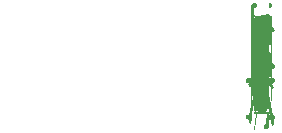
<source format=gbr>
From 69a08dacca69340c872528449dcab6e304934973 Mon Sep 17 00:00:00 2001
From: Blaise Thompson <blaise@untzag.com>
Date: Sat, 6 Mar 2021 12:12:09 -0600
Subject: digital driver revision B

---
 digital-driver/gerber/driver-B_Mask.gbr | 80 ++++++++++++++++-----------------
 1 file changed, 40 insertions(+), 40 deletions(-)

(limited to 'digital-driver/gerber/driver-B_Mask.gbr')

diff --git a/digital-driver/gerber/driver-B_Mask.gbr b/digital-driver/gerber/driver-B_Mask.gbr
index 258c5a4..0fc5884 100644
--- a/digital-driver/gerber/driver-B_Mask.gbr
+++ b/digital-driver/gerber/driver-B_Mask.gbr
@@ -1,12 +1,12 @@
 %TF.GenerationSoftware,KiCad,Pcbnew,5.1.8+dfsg1-1+b1*%
-%TF.CreationDate,2021-01-25T11:41:01-06:00*%
-%TF.ProjectId,driver,64726976-6572-42e6-9b69-6361645f7063,1.0.0*%
+%TF.CreationDate,2021-03-06T12:09:01-06:00*%
+%TF.ProjectId,driver,64726976-6572-42e6-9b69-6361645f7063,B*%
 %TF.SameCoordinates,Original*%
 %TF.FileFunction,Soldermask,Bot*%
 %TF.FilePolarity,Negative*%
 %FSLAX46Y46*%
 G04 Gerber Fmt 4.6, Leading zero omitted, Abs format (unit mm)*
-G04 Created by KiCad (PCBNEW 5.1.8+dfsg1-1+b1) date 2021-01-25 11:41:01*
+G04 Created by KiCad (PCBNEW 5.1.8+dfsg1-1+b1) date 2021-03-06 12:09:01*
 %MOMM*%
 %LPD*%
 G01*
@@ -109,50 +109,50 @@ G37*
 %TO.C,R4*%
 G36*
 G01*
-X155565001Y-91582000D02*
-X154314999Y-91582000D01*
+X155565001Y-85460000D02*
+X154314999Y-85460000D01*
 G75*
 G02*
-X154065000Y-91332001I0J249999D01*
+X154065000Y-85210001I0J249999D01*
 G01*
-X154065000Y-90531999D01*
+X154065000Y-84409999D01*
 G75*
 G02*
-X154314999Y-90282000I249999J0D01*
+X154314999Y-84160000I249999J0D01*
 G01*
-X155565001Y-90282000D01*
+X155565001Y-84160000D01*
 G75*
 G02*
-X155815000Y-90531999I0J-249999D01*
+X155815000Y-84409999I0J-249999D01*
 G01*
-X155815000Y-91332001D01*
+X155815000Y-85210001D01*
 G75*
 G02*
-X155565001Y-91582000I-249999J0D01*
+X155565001Y-85460000I-249999J0D01*
 G01*
 G37*
 G36*
 G01*
-X155565001Y-94682000D02*
-X154314999Y-94682000D01*
+X155565001Y-88560000D02*
+X154314999Y-88560000D01*
 G75*
 G02*
-X154065000Y-94432001I0J249999D01*
+X154065000Y-88310001I0J249999D01*
 G01*
-X154065000Y-93631999D01*
+X154065000Y-87509999D01*
 G75*
 G02*
-X154314999Y-93382000I249999J0D01*
+X154314999Y-87260000I249999J0D01*
 G01*
-X155565001Y-93382000D01*
+X155565001Y-87260000D01*
 G75*
 G02*
-X155815000Y-93631999I0J-249999D01*
+X155815000Y-87509999I0J-249999D01*
 G01*
-X155815000Y-94432001D01*
+X155815000Y-88310001D01*
 G75*
 G02*
-X155565001Y-94682000I-249999J0D01*
+X155565001Y-88560000I-249999J0D01*
 G01*
 G37*
 %TD*%
@@ -209,50 +209,50 @@ G37*
 %TO.C,R1*%
 G36*
 G01*
-X155565001Y-86450000D02*
-X154314999Y-86450000D01*
+X154314999Y-93610000D02*
+X155565001Y-93610000D01*
 G75*
 G02*
-X154065000Y-86200001I0J249999D01*
+X155815000Y-93859999I0J-249999D01*
 G01*
-X154065000Y-85399999D01*
+X155815000Y-94660001D01*
 G75*
 G02*
-X154314999Y-85150000I249999J0D01*
+X155565001Y-94910000I-249999J0D01*
 G01*
-X155565001Y-85150000D01*
+X154314999Y-94910000D01*
 G75*
 G02*
-X155815000Y-85399999I0J-249999D01*
+X154065000Y-94660001I0J249999D01*
 G01*
-X155815000Y-86200001D01*
+X154065000Y-93859999D01*
 G75*
 G02*
-X155565001Y-86450000I-249999J0D01*
+X154314999Y-93610000I249999J0D01*
 G01*
 G37*
 G36*
 G01*
-X155565001Y-89550000D02*
-X154314999Y-89550000D01*
+X154314999Y-90510000D02*
+X155565001Y-90510000D01*
 G75*
 G02*
-X154065000Y-89300001I0J249999D01*
+X155815000Y-90759999I0J-249999D01*
 G01*
-X154065000Y-88499999D01*
+X155815000Y-91560001D01*
 G75*
 G02*
-X154314999Y-88250000I249999J0D01*
+X155565001Y-91810000I-249999J0D01*
 G01*
-X155565001Y-88250000D01*
+X154314999Y-91810000D01*
 G75*
 G02*
-X155815000Y-88499999I0J-249999D01*
+X154065000Y-91560001I0J249999D01*
 G01*
-X155815000Y-89300001D01*
+X154065000Y-90759999D01*
 G75*
 G02*
-X155565001Y-89550000I-249999J0D01*
+X154314999Y-90510000I249999J0D01*
 G01*
 G37*
 %TD*%
@@ -264,7 +264,7 @@ X152400000Y-101600000D03*
 X101600000Y-101600000D03*
 %TD*%
 D13*
-%TO.C,J6*%
+%TO.C,U2*%
 X140970000Y-89535000D03*
 X138430000Y-89535000D03*
 X133350000Y-89535000D03*
-- 
cgit v1.2.3


</source>
